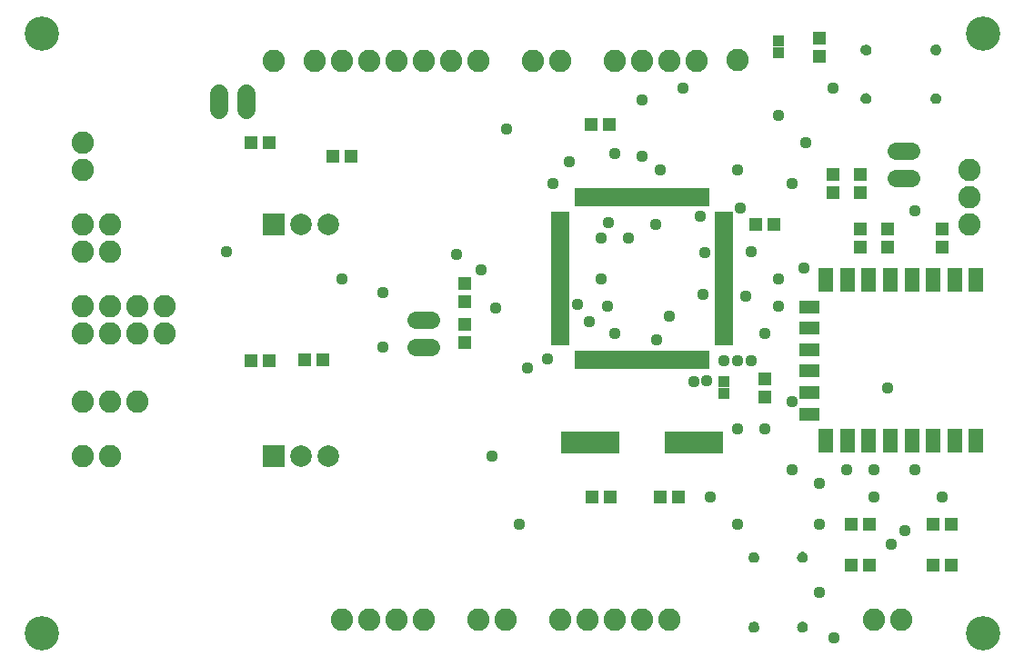
<source format=gbr>
G04 EAGLE Gerber RS-274X export*
G75*
%MOMM*%
%FSLAX34Y34*%
%LPD*%
%INSoldermask Top*%
%IPPOS*%
%AMOC8*
5,1,8,0,0,1.08239X$1,22.5*%
G01*
%ADD10C,3.203200*%
%ADD11R,1.103200X1.053200*%
%ADD12R,1.303200X1.203200*%
%ADD13R,0.503200X1.803200*%
%ADD14R,1.803200X0.503200*%
%ADD15C,1.625600*%
%ADD16C,1.727200*%
%ADD17C,2.082800*%
%ADD18R,1.203200X1.303200*%
%ADD19R,1.403200X2.203200*%
%ADD20R,1.903200X1.303200*%
%ADD21R,2.003200X2.003200*%
%ADD22C,2.003200*%
%ADD23R,5.537200X2.133600*%
%ADD24C,1.117600*%

G36*
X644985Y154464D02*
X644985Y154464D01*
X645952Y154567D01*
X646000Y154581D01*
X646091Y154598D01*
X647021Y154917D01*
X647065Y154942D01*
X647150Y154978D01*
X647986Y155497D01*
X648023Y155530D01*
X648098Y155585D01*
X648797Y156276D01*
X648826Y156318D01*
X648887Y156387D01*
X649415Y157217D01*
X649434Y157264D01*
X649477Y157345D01*
X649808Y158272D01*
X649816Y158322D01*
X649840Y158410D01*
X649953Y159363D01*
X649973Y159467D01*
X649973Y159471D01*
X649975Y159474D01*
X649981Y159662D01*
X649870Y160620D01*
X649856Y160668D01*
X649838Y160758D01*
X649517Y161667D01*
X649492Y161711D01*
X649455Y161795D01*
X649067Y162408D01*
X648940Y162610D01*
X648906Y162647D01*
X648851Y162720D01*
X648167Y163400D01*
X648126Y163429D01*
X648056Y163488D01*
X647238Y163999D01*
X647191Y164017D01*
X647110Y164060D01*
X646199Y164375D01*
X646149Y164383D01*
X646060Y164407D01*
X645102Y164512D01*
X645072Y164509D01*
X645033Y164515D01*
X644932Y164515D01*
X644905Y164510D01*
X644868Y164512D01*
X643895Y164413D01*
X643846Y164400D01*
X643756Y164383D01*
X642829Y164071D01*
X642785Y164046D01*
X642700Y164011D01*
X641866Y163500D01*
X641828Y163466D01*
X641754Y163412D01*
X641054Y162728D01*
X641025Y162687D01*
X640965Y162618D01*
X640435Y161796D01*
X640418Y161756D01*
X640406Y161742D01*
X640398Y161718D01*
X640371Y161669D01*
X640038Y160749D01*
X640029Y160700D01*
X640004Y160611D01*
X639884Y159640D01*
X639884Y159630D01*
X639884Y159628D01*
X639883Y159626D01*
X639881Y159618D01*
X639854Y159315D01*
X639859Y159265D01*
X639859Y159166D01*
X640001Y158209D01*
X640017Y158161D01*
X640022Y158139D01*
X640022Y158134D01*
X640024Y158128D01*
X640037Y158071D01*
X640389Y157169D01*
X640415Y157126D01*
X640455Y157044D01*
X640998Y156243D01*
X641034Y156207D01*
X641091Y156135D01*
X641799Y155475D01*
X641841Y155448D01*
X641913Y155391D01*
X642750Y154905D01*
X642798Y154888D01*
X642881Y154848D01*
X643805Y154561D01*
X643855Y154555D01*
X643945Y154534D01*
X644877Y154463D01*
X644906Y154459D01*
X644958Y154459D01*
X644985Y154464D01*
G37*
G36*
X599697Y154413D02*
X599697Y154413D01*
X600664Y154516D01*
X600712Y154530D01*
X600803Y154547D01*
X601733Y154866D01*
X601777Y154891D01*
X601862Y154927D01*
X602698Y155446D01*
X602735Y155479D01*
X602810Y155534D01*
X603509Y156225D01*
X603538Y156267D01*
X603599Y156336D01*
X604127Y157166D01*
X604146Y157213D01*
X604189Y157294D01*
X604520Y158221D01*
X604528Y158271D01*
X604552Y158359D01*
X604665Y159312D01*
X604685Y159416D01*
X604685Y159420D01*
X604687Y159423D01*
X604693Y159611D01*
X604582Y160569D01*
X604568Y160617D01*
X604550Y160707D01*
X604229Y161616D01*
X604204Y161660D01*
X604167Y161744D01*
X603779Y162357D01*
X603652Y162559D01*
X603618Y162596D01*
X603563Y162669D01*
X602879Y163349D01*
X602838Y163378D01*
X602768Y163437D01*
X601950Y163948D01*
X601903Y163966D01*
X601822Y164009D01*
X600911Y164324D01*
X600861Y164332D01*
X600772Y164356D01*
X599814Y164461D01*
X599784Y164458D01*
X599745Y164464D01*
X599644Y164464D01*
X599617Y164459D01*
X599580Y164461D01*
X598607Y164362D01*
X598558Y164349D01*
X598468Y164332D01*
X597541Y164020D01*
X597497Y163995D01*
X597412Y163960D01*
X596578Y163449D01*
X596540Y163415D01*
X596466Y163361D01*
X595766Y162677D01*
X595737Y162636D01*
X595677Y162567D01*
X595147Y161745D01*
X595130Y161705D01*
X595118Y161691D01*
X595110Y161667D01*
X595083Y161618D01*
X594750Y160698D01*
X594741Y160649D01*
X594716Y160560D01*
X594596Y159589D01*
X594596Y159579D01*
X594596Y159577D01*
X594595Y159575D01*
X594593Y159567D01*
X594566Y159264D01*
X594571Y159214D01*
X594571Y159115D01*
X594713Y158158D01*
X594729Y158110D01*
X594734Y158088D01*
X594734Y158083D01*
X594736Y158077D01*
X594749Y158020D01*
X595101Y157118D01*
X595127Y157075D01*
X595167Y156993D01*
X595710Y156192D01*
X595746Y156156D01*
X595803Y156084D01*
X596511Y155424D01*
X596553Y155397D01*
X596625Y155340D01*
X597462Y154854D01*
X597510Y154837D01*
X597593Y154797D01*
X598517Y154510D01*
X598567Y154504D01*
X598657Y154483D01*
X599589Y154412D01*
X599618Y154408D01*
X599670Y154408D01*
X599697Y154413D01*
G37*
G36*
X599722Y89389D02*
X599722Y89389D01*
X600689Y89492D01*
X600737Y89506D01*
X600828Y89523D01*
X601758Y89842D01*
X601802Y89867D01*
X601887Y89903D01*
X602723Y90422D01*
X602760Y90455D01*
X602835Y90510D01*
X603534Y91201D01*
X603563Y91243D01*
X603624Y91312D01*
X604152Y92142D01*
X604171Y92189D01*
X604214Y92270D01*
X604545Y93197D01*
X604553Y93247D01*
X604577Y93335D01*
X604690Y94288D01*
X604710Y94392D01*
X604710Y94396D01*
X604712Y94399D01*
X604718Y94587D01*
X604607Y95545D01*
X604593Y95593D01*
X604575Y95683D01*
X604254Y96592D01*
X604229Y96636D01*
X604192Y96720D01*
X603804Y97333D01*
X603677Y97535D01*
X603643Y97572D01*
X603588Y97645D01*
X602904Y98325D01*
X602863Y98354D01*
X602793Y98413D01*
X601975Y98924D01*
X601928Y98942D01*
X601847Y98985D01*
X600936Y99300D01*
X600886Y99308D01*
X600797Y99332D01*
X599839Y99437D01*
X599809Y99434D01*
X599770Y99440D01*
X599669Y99440D01*
X599642Y99435D01*
X599605Y99437D01*
X598632Y99338D01*
X598583Y99325D01*
X598493Y99308D01*
X597566Y98996D01*
X597522Y98971D01*
X597437Y98936D01*
X596603Y98425D01*
X596565Y98391D01*
X596491Y98337D01*
X595791Y97653D01*
X595762Y97612D01*
X595702Y97543D01*
X595172Y96721D01*
X595155Y96681D01*
X595143Y96667D01*
X595135Y96643D01*
X595108Y96594D01*
X594775Y95674D01*
X594766Y95625D01*
X594741Y95536D01*
X594621Y94565D01*
X594621Y94555D01*
X594621Y94553D01*
X594620Y94551D01*
X594618Y94543D01*
X594591Y94240D01*
X594596Y94190D01*
X594596Y94091D01*
X594738Y93134D01*
X594754Y93086D01*
X594759Y93064D01*
X594759Y93059D01*
X594761Y93053D01*
X594774Y92996D01*
X595126Y92094D01*
X595152Y92051D01*
X595192Y91969D01*
X595735Y91168D01*
X595771Y91132D01*
X595828Y91060D01*
X596536Y90400D01*
X596578Y90373D01*
X596650Y90316D01*
X597487Y89830D01*
X597535Y89813D01*
X597618Y89773D01*
X598542Y89486D01*
X598592Y89480D01*
X598682Y89459D01*
X599614Y89388D01*
X599643Y89384D01*
X599695Y89384D01*
X599722Y89389D01*
G37*
G36*
X644960Y89389D02*
X644960Y89389D01*
X645927Y89492D01*
X645975Y89506D01*
X646066Y89523D01*
X646996Y89842D01*
X647040Y89867D01*
X647125Y89903D01*
X647961Y90422D01*
X647998Y90455D01*
X648073Y90510D01*
X648772Y91201D01*
X648801Y91243D01*
X648862Y91312D01*
X649390Y92142D01*
X649409Y92189D01*
X649452Y92270D01*
X649783Y93197D01*
X649791Y93247D01*
X649815Y93335D01*
X649928Y94288D01*
X649948Y94392D01*
X649948Y94396D01*
X649950Y94399D01*
X649956Y94587D01*
X649845Y95545D01*
X649831Y95593D01*
X649813Y95683D01*
X649492Y96592D01*
X649467Y96636D01*
X649430Y96720D01*
X649042Y97333D01*
X648915Y97535D01*
X648881Y97572D01*
X648826Y97645D01*
X648142Y98325D01*
X648101Y98354D01*
X648031Y98413D01*
X647213Y98924D01*
X647166Y98942D01*
X647085Y98985D01*
X646174Y99300D01*
X646124Y99308D01*
X646035Y99332D01*
X645077Y99437D01*
X645047Y99434D01*
X645008Y99440D01*
X644907Y99440D01*
X644880Y99435D01*
X644843Y99437D01*
X643870Y99338D01*
X643821Y99325D01*
X643731Y99308D01*
X642804Y98996D01*
X642760Y98971D01*
X642675Y98936D01*
X641841Y98425D01*
X641803Y98391D01*
X641729Y98337D01*
X641029Y97653D01*
X641000Y97612D01*
X640940Y97543D01*
X640410Y96721D01*
X640393Y96681D01*
X640381Y96667D01*
X640373Y96643D01*
X640346Y96594D01*
X640013Y95674D01*
X640004Y95625D01*
X639979Y95536D01*
X639859Y94565D01*
X639859Y94555D01*
X639859Y94553D01*
X639858Y94551D01*
X639856Y94543D01*
X639829Y94240D01*
X639834Y94190D01*
X639834Y94091D01*
X639976Y93134D01*
X639992Y93086D01*
X639997Y93064D01*
X639997Y93059D01*
X639999Y93053D01*
X640012Y92996D01*
X640364Y92094D01*
X640390Y92051D01*
X640430Y91969D01*
X640973Y91168D01*
X641009Y91132D01*
X641066Y91060D01*
X641774Y90400D01*
X641816Y90373D01*
X641888Y90316D01*
X642725Y89830D01*
X642773Y89813D01*
X642856Y89773D01*
X643780Y89486D01*
X643830Y89480D01*
X643920Y89459D01*
X644852Y89388D01*
X644881Y89384D01*
X644933Y89384D01*
X644960Y89389D01*
G37*
G36*
X770169Y627318D02*
X770169Y627318D01*
X770217Y627332D01*
X770307Y627350D01*
X771216Y627671D01*
X771260Y627696D01*
X771344Y627733D01*
X772159Y628248D01*
X772196Y628282D01*
X772269Y628337D01*
X772949Y629021D01*
X772978Y629062D01*
X773037Y629132D01*
X773548Y629950D01*
X773566Y629997D01*
X773609Y630078D01*
X773924Y630989D01*
X773932Y631039D01*
X773956Y631128D01*
X774061Y632086D01*
X774058Y632116D01*
X774064Y632155D01*
X774064Y632256D01*
X774059Y632284D01*
X774061Y632320D01*
X773962Y633293D01*
X773949Y633342D01*
X773932Y633432D01*
X773620Y634359D01*
X773595Y634403D01*
X773560Y634488D01*
X773049Y635322D01*
X773015Y635360D01*
X772961Y635434D01*
X772277Y636134D01*
X772236Y636163D01*
X772167Y636223D01*
X771345Y636753D01*
X771298Y636773D01*
X771218Y636817D01*
X770298Y637150D01*
X770249Y637159D01*
X770160Y637184D01*
X769189Y637304D01*
X769179Y637304D01*
X769167Y637307D01*
X768864Y637334D01*
X768814Y637329D01*
X768715Y637329D01*
X767758Y637187D01*
X767710Y637171D01*
X767620Y637151D01*
X766718Y636799D01*
X766675Y636773D01*
X766593Y636733D01*
X765792Y636190D01*
X765756Y636154D01*
X765684Y636097D01*
X765024Y635389D01*
X764997Y635347D01*
X764940Y635275D01*
X764454Y634438D01*
X764437Y634390D01*
X764397Y634307D01*
X764110Y633383D01*
X764104Y633333D01*
X764083Y633243D01*
X764017Y632378D01*
X764015Y632370D01*
X764015Y632352D01*
X764012Y632311D01*
X764008Y632282D01*
X764008Y632230D01*
X764013Y632203D01*
X764116Y631236D01*
X764130Y631188D01*
X764147Y631097D01*
X764466Y630167D01*
X764491Y630123D01*
X764527Y630038D01*
X765046Y629202D01*
X765079Y629165D01*
X765134Y629091D01*
X765825Y628391D01*
X765867Y628362D01*
X765936Y628301D01*
X766766Y627773D01*
X766813Y627754D01*
X766894Y627711D01*
X767821Y627380D01*
X767871Y627372D01*
X767959Y627348D01*
X768912Y627235D01*
X769016Y627215D01*
X769020Y627215D01*
X769023Y627213D01*
X769211Y627207D01*
X770169Y627318D01*
G37*
G36*
X705145Y627293D02*
X705145Y627293D01*
X705193Y627307D01*
X705283Y627325D01*
X706192Y627646D01*
X706236Y627671D01*
X706320Y627708D01*
X707135Y628223D01*
X707172Y628257D01*
X707245Y628312D01*
X707925Y628996D01*
X707954Y629037D01*
X708013Y629107D01*
X708524Y629925D01*
X708542Y629972D01*
X708585Y630053D01*
X708900Y630964D01*
X708908Y631014D01*
X708932Y631103D01*
X709037Y632061D01*
X709034Y632091D01*
X709040Y632130D01*
X709040Y632231D01*
X709035Y632259D01*
X709037Y632295D01*
X708938Y633268D01*
X708925Y633317D01*
X708908Y633407D01*
X708596Y634334D01*
X708571Y634378D01*
X708536Y634463D01*
X708025Y635297D01*
X707991Y635335D01*
X707937Y635409D01*
X707253Y636109D01*
X707212Y636138D01*
X707143Y636198D01*
X706321Y636728D01*
X706274Y636748D01*
X706194Y636792D01*
X705274Y637125D01*
X705225Y637134D01*
X705136Y637159D01*
X704165Y637279D01*
X704155Y637279D01*
X704143Y637282D01*
X703840Y637309D01*
X703790Y637304D01*
X703691Y637304D01*
X702734Y637162D01*
X702686Y637146D01*
X702596Y637126D01*
X701694Y636774D01*
X701651Y636748D01*
X701569Y636708D01*
X700768Y636165D01*
X700732Y636129D01*
X700660Y636072D01*
X700000Y635364D01*
X699973Y635322D01*
X699916Y635250D01*
X699430Y634413D01*
X699413Y634365D01*
X699373Y634282D01*
X699086Y633358D01*
X699080Y633308D01*
X699059Y633218D01*
X698993Y632353D01*
X698991Y632345D01*
X698991Y632327D01*
X698988Y632286D01*
X698984Y632257D01*
X698984Y632205D01*
X698989Y632178D01*
X699092Y631211D01*
X699106Y631163D01*
X699123Y631072D01*
X699442Y630142D01*
X699467Y630098D01*
X699503Y630013D01*
X700022Y629177D01*
X700055Y629140D01*
X700110Y629066D01*
X700801Y628366D01*
X700843Y628337D01*
X700912Y628276D01*
X701742Y627748D01*
X701789Y627729D01*
X701870Y627686D01*
X702797Y627355D01*
X702847Y627347D01*
X702935Y627323D01*
X703888Y627210D01*
X703992Y627190D01*
X703996Y627190D01*
X703999Y627188D01*
X704187Y627182D01*
X705145Y627293D01*
G37*
G36*
X705145Y582055D02*
X705145Y582055D01*
X705193Y582069D01*
X705283Y582087D01*
X706192Y582408D01*
X706236Y582433D01*
X706320Y582470D01*
X707135Y582985D01*
X707172Y583019D01*
X707245Y583074D01*
X707925Y583758D01*
X707954Y583799D01*
X708013Y583869D01*
X708524Y584687D01*
X708542Y584734D01*
X708585Y584815D01*
X708900Y585726D01*
X708908Y585776D01*
X708932Y585865D01*
X709037Y586823D01*
X709034Y586853D01*
X709040Y586892D01*
X709040Y586993D01*
X709035Y587021D01*
X709037Y587057D01*
X708938Y588030D01*
X708925Y588079D01*
X708908Y588169D01*
X708596Y589096D01*
X708571Y589140D01*
X708536Y589225D01*
X708025Y590059D01*
X707991Y590097D01*
X707937Y590171D01*
X707253Y590871D01*
X707212Y590900D01*
X707143Y590960D01*
X706321Y591490D01*
X706274Y591510D01*
X706194Y591554D01*
X705274Y591887D01*
X705225Y591896D01*
X705136Y591921D01*
X704165Y592041D01*
X704155Y592041D01*
X704143Y592044D01*
X703840Y592071D01*
X703790Y592066D01*
X703691Y592066D01*
X702734Y591924D01*
X702686Y591908D01*
X702596Y591888D01*
X701694Y591536D01*
X701651Y591510D01*
X701569Y591470D01*
X700768Y590927D01*
X700732Y590891D01*
X700660Y590834D01*
X700000Y590126D01*
X699973Y590084D01*
X699916Y590012D01*
X699430Y589175D01*
X699413Y589127D01*
X699373Y589044D01*
X699086Y588120D01*
X699080Y588070D01*
X699059Y587980D01*
X698993Y587115D01*
X698991Y587107D01*
X698991Y587089D01*
X698988Y587048D01*
X698984Y587019D01*
X698984Y586967D01*
X698989Y586940D01*
X699092Y585973D01*
X699106Y585925D01*
X699123Y585834D01*
X699442Y584904D01*
X699467Y584860D01*
X699503Y584775D01*
X700022Y583939D01*
X700055Y583902D01*
X700110Y583828D01*
X700801Y583128D01*
X700843Y583099D01*
X700912Y583038D01*
X701742Y582510D01*
X701789Y582491D01*
X701870Y582448D01*
X702797Y582117D01*
X702847Y582109D01*
X702935Y582085D01*
X703888Y581972D01*
X703992Y581952D01*
X703996Y581952D01*
X703999Y581950D01*
X704187Y581944D01*
X705145Y582055D01*
G37*
G36*
X770220Y582030D02*
X770220Y582030D01*
X770268Y582044D01*
X770358Y582062D01*
X771267Y582383D01*
X771311Y582408D01*
X771395Y582445D01*
X772210Y582960D01*
X772247Y582994D01*
X772320Y583049D01*
X773000Y583733D01*
X773029Y583774D01*
X773088Y583844D01*
X773599Y584662D01*
X773617Y584709D01*
X773660Y584790D01*
X773975Y585701D01*
X773983Y585751D01*
X774007Y585840D01*
X774112Y586798D01*
X774109Y586828D01*
X774115Y586867D01*
X774115Y586968D01*
X774110Y586996D01*
X774112Y587032D01*
X774013Y588005D01*
X774000Y588054D01*
X773983Y588144D01*
X773671Y589071D01*
X773646Y589115D01*
X773611Y589200D01*
X773100Y590034D01*
X773066Y590072D01*
X773012Y590146D01*
X772328Y590846D01*
X772287Y590875D01*
X772218Y590935D01*
X771396Y591465D01*
X771349Y591485D01*
X771269Y591529D01*
X770349Y591862D01*
X770300Y591871D01*
X770211Y591896D01*
X769240Y592016D01*
X769230Y592016D01*
X769218Y592019D01*
X768915Y592046D01*
X768865Y592041D01*
X768766Y592041D01*
X767809Y591899D01*
X767761Y591883D01*
X767671Y591863D01*
X766769Y591511D01*
X766726Y591485D01*
X766644Y591445D01*
X765843Y590902D01*
X765807Y590866D01*
X765735Y590809D01*
X765075Y590101D01*
X765048Y590059D01*
X764991Y589987D01*
X764505Y589150D01*
X764488Y589102D01*
X764448Y589019D01*
X764161Y588095D01*
X764155Y588045D01*
X764134Y587955D01*
X764068Y587090D01*
X764066Y587082D01*
X764066Y587064D01*
X764063Y587023D01*
X764059Y586994D01*
X764059Y586942D01*
X764064Y586915D01*
X764167Y585948D01*
X764181Y585900D01*
X764198Y585809D01*
X764517Y584879D01*
X764542Y584835D01*
X764578Y584750D01*
X765097Y583914D01*
X765130Y583877D01*
X765185Y583803D01*
X765876Y583103D01*
X765918Y583074D01*
X765987Y583013D01*
X766817Y582485D01*
X766864Y582466D01*
X766945Y582423D01*
X767872Y582092D01*
X767922Y582084D01*
X768010Y582060D01*
X768963Y581947D01*
X769067Y581927D01*
X769071Y581927D01*
X769074Y581925D01*
X769262Y581919D01*
X770220Y582030D01*
G37*
D10*
X812800Y88900D03*
X812800Y647700D03*
X-63500Y647700D03*
X-63500Y88900D03*
D11*
X571500Y311700D03*
X571500Y323300D03*
X622300Y640800D03*
X622300Y629200D03*
D12*
X131200Y342900D03*
X148200Y342900D03*
X465700Y215900D03*
X448700Y215900D03*
X512200Y215900D03*
X529200Y215900D03*
X224400Y533400D03*
X207400Y533400D03*
X131200Y546100D03*
X148200Y546100D03*
X198257Y343081D03*
X181257Y343081D03*
D13*
X435300Y343100D03*
X440300Y343100D03*
X445300Y343100D03*
X450300Y343100D03*
X455300Y343100D03*
X460300Y343100D03*
X465300Y343100D03*
X470300Y343100D03*
X475300Y343100D03*
X480300Y343100D03*
X485300Y343100D03*
X490300Y343100D03*
X495300Y343100D03*
X500300Y343100D03*
X505300Y343100D03*
X510300Y343100D03*
X515300Y343100D03*
X520300Y343100D03*
X525300Y343100D03*
X530300Y343100D03*
X535300Y343100D03*
X540300Y343100D03*
X545300Y343100D03*
X550300Y343100D03*
X555300Y343100D03*
D14*
X571300Y359100D03*
X571300Y364100D03*
X571300Y369100D03*
X571300Y374100D03*
X571300Y379100D03*
X571300Y384100D03*
X571300Y389100D03*
X571300Y394100D03*
X571300Y399100D03*
X571300Y404100D03*
X571300Y409100D03*
X571300Y414100D03*
X571300Y419100D03*
X571300Y424100D03*
X571300Y429100D03*
X571300Y434100D03*
X571300Y439100D03*
X571300Y444100D03*
X571300Y449100D03*
X571300Y454100D03*
X571300Y459100D03*
X571300Y464100D03*
X571300Y469100D03*
X571300Y474100D03*
X571300Y479100D03*
D13*
X555300Y495100D03*
X550300Y495100D03*
X545300Y495100D03*
X540300Y495100D03*
X535300Y495100D03*
X530300Y495100D03*
X525300Y495100D03*
X520300Y495100D03*
X515300Y495100D03*
X510300Y495100D03*
X505300Y495100D03*
X500300Y495100D03*
X495300Y495100D03*
X490300Y495100D03*
X485300Y495100D03*
X480300Y495100D03*
X475300Y495100D03*
X470300Y495100D03*
X465300Y495100D03*
X460300Y495100D03*
X455300Y495100D03*
X450300Y495100D03*
X445300Y495100D03*
X440300Y495100D03*
X435300Y495100D03*
D14*
X419300Y479100D03*
X419300Y474100D03*
X419300Y469100D03*
X419300Y464100D03*
X419300Y459100D03*
X419300Y454100D03*
X419300Y449100D03*
X419300Y444100D03*
X419300Y439100D03*
X419300Y434100D03*
X419300Y429100D03*
X419300Y424100D03*
X419300Y419100D03*
X419300Y414100D03*
X419300Y409100D03*
X419300Y404100D03*
X419300Y399100D03*
X419300Y394100D03*
X419300Y389100D03*
X419300Y384100D03*
X419300Y379100D03*
X419300Y374100D03*
X419300Y369100D03*
X419300Y364100D03*
X419300Y359100D03*
D15*
X299212Y355600D02*
X284988Y355600D01*
X284988Y381000D02*
X299212Y381000D01*
X731549Y512358D02*
X745773Y512358D01*
X745773Y537758D02*
X731549Y537758D01*
D16*
X101600Y576580D02*
X101600Y591820D01*
X127000Y591820D02*
X127000Y576580D01*
D17*
X393700Y622300D03*
X419100Y622300D03*
D18*
X673100Y499500D03*
X673100Y516500D03*
X698500Y499500D03*
X698500Y516500D03*
X330200Y397900D03*
X330200Y414900D03*
X609600Y309000D03*
X609600Y326000D03*
D19*
X806600Y417900D03*
X786600Y417900D03*
X766600Y417900D03*
X746600Y417900D03*
X726600Y417900D03*
X706600Y417900D03*
X686600Y417900D03*
X666600Y417900D03*
X666600Y267900D03*
X686600Y267900D03*
X706600Y267900D03*
X726600Y267900D03*
X746600Y267900D03*
X766600Y267900D03*
X786600Y267900D03*
X806600Y267900D03*
D20*
X651600Y392900D03*
X651600Y372900D03*
X651600Y352900D03*
X651600Y332900D03*
X651600Y312900D03*
X651600Y292900D03*
D21*
X152400Y254000D03*
D22*
X177800Y254000D03*
X203200Y254000D03*
D21*
X152400Y469900D03*
D22*
X177800Y469900D03*
X203200Y469900D03*
D23*
X543560Y266700D03*
X447040Y266700D03*
D17*
X152400Y622300D03*
X584460Y622729D03*
D12*
X448132Y562986D03*
X465132Y562986D03*
X601100Y469900D03*
X618100Y469900D03*
D17*
X342900Y101600D03*
X800100Y520700D03*
X800100Y495300D03*
X800100Y469900D03*
X368300Y101346D03*
X342900Y622300D03*
X317500Y622300D03*
X292100Y622300D03*
X266700Y622300D03*
X241300Y622300D03*
X215900Y622300D03*
X190500Y622300D03*
X469900Y622300D03*
X495300Y622300D03*
X520700Y622300D03*
X546100Y622300D03*
D18*
X723900Y465700D03*
X723900Y448700D03*
X698500Y465700D03*
X698500Y448700D03*
X774700Y465700D03*
X774700Y448700D03*
D17*
X419100Y101600D03*
X444500Y101600D03*
X469900Y101600D03*
X520700Y101600D03*
D18*
X330200Y376800D03*
X330200Y359800D03*
D17*
X-25400Y254000D03*
X0Y254000D03*
X-25400Y304800D03*
X0Y304800D03*
X25400Y304800D03*
X495300Y101600D03*
X736600Y101600D03*
X711200Y101600D03*
D12*
X690000Y190500D03*
X707000Y190500D03*
X766200Y190500D03*
X783200Y190500D03*
X783200Y152400D03*
X766200Y152400D03*
X707000Y152400D03*
X690000Y152400D03*
D17*
X292100Y101600D03*
X266700Y101600D03*
X241300Y101600D03*
X215900Y101600D03*
X-25400Y546100D03*
X-25400Y520700D03*
X-25400Y368300D03*
X-25400Y393700D03*
X0Y368300D03*
X0Y393700D03*
X25400Y368300D03*
X25400Y393700D03*
X50800Y368300D03*
X50800Y393700D03*
X-25400Y469900D03*
X-25400Y444500D03*
X0Y469900D03*
X0Y444500D03*
D18*
X660400Y643500D03*
X660400Y626500D03*
D24*
X645922Y428752D03*
X586740Y485140D03*
X463000Y393700D03*
X520700Y383836D03*
X549709Y477266D03*
X457200Y419100D03*
X464566Y471068D03*
X508000Y469900D03*
X446544Y379264D03*
X673100Y596900D03*
X647700Y546100D03*
X596900Y444500D03*
X609600Y368300D03*
X322580Y441960D03*
X427990Y528066D03*
X254000Y355600D03*
X254000Y406400D03*
X381000Y190500D03*
X660400Y190500D03*
X660400Y127000D03*
X555593Y323596D03*
X435428Y394970D03*
X596900Y342900D03*
X635000Y241300D03*
X558800Y215900D03*
X469900Y368300D03*
X482600Y457200D03*
X495300Y533400D03*
X622300Y571500D03*
X457200Y457200D03*
X584200Y520700D03*
X512826Y520700D03*
X215900Y419100D03*
X108461Y444500D03*
X543909Y323204D03*
X723900Y317500D03*
X739902Y184150D03*
X591746Y402416D03*
X345387Y427552D03*
X359369Y391871D03*
X355600Y254000D03*
X749300Y482600D03*
X660400Y228600D03*
X571500Y342900D03*
X584200Y190500D03*
X635000Y304800D03*
X609600Y279400D03*
X584200Y279400D03*
X584200Y342900D03*
X369164Y558800D03*
X552450Y404114D03*
X553902Y443738D03*
X533400Y596900D03*
X622300Y393700D03*
X622300Y419100D03*
X509016Y362022D03*
X389116Y335629D03*
X469900Y535612D03*
X495300Y585216D03*
X635000Y508000D03*
X674584Y84074D03*
X412496Y508000D03*
X407164Y344519D03*
X749300Y241300D03*
X774700Y215900D03*
X711200Y241300D03*
X711200Y215900D03*
X685800Y241300D03*
X727456Y171196D03*
M02*

</source>
